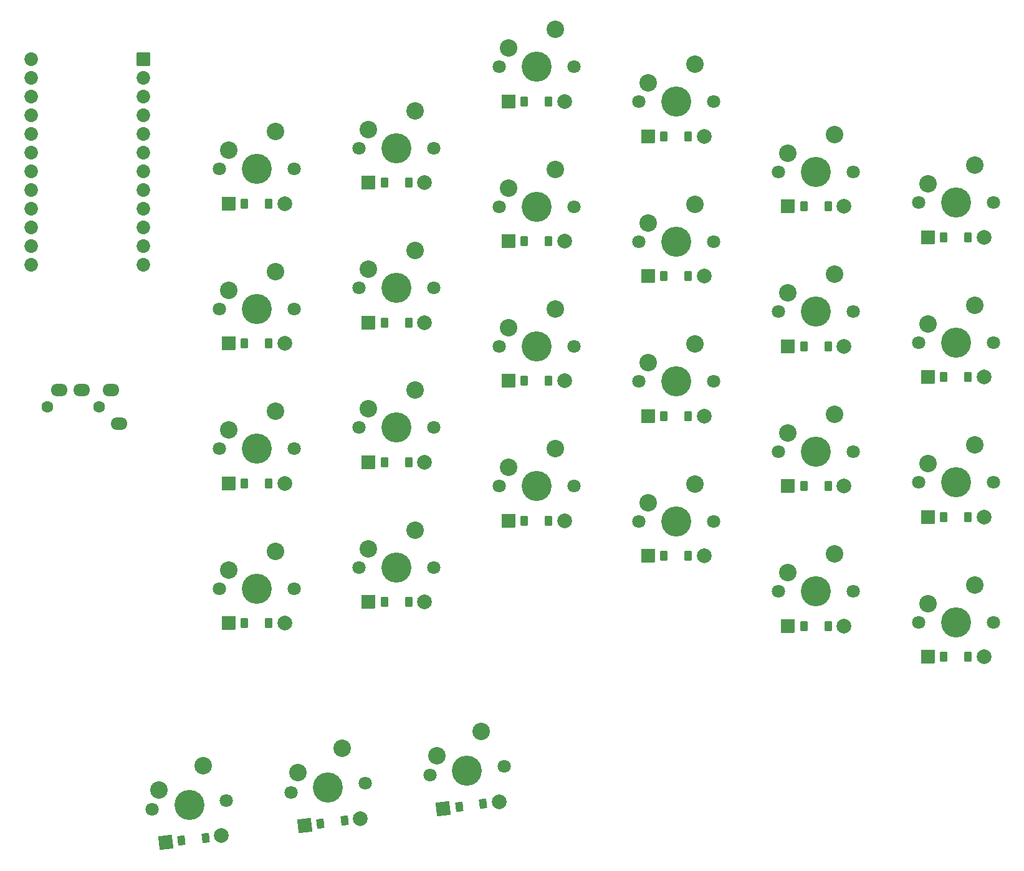
<source format=gbr>
%TF.GenerationSoftware,KiCad,Pcbnew,9.0.1*%
%TF.CreationDate,2025-06-02T17:15:55+02:00*%
%TF.ProjectId,pleiades_r,706c6569-6164-4657-935f-722e6b696361,v1.0.0*%
%TF.SameCoordinates,Original*%
%TF.FileFunction,Soldermask,Bot*%
%TF.FilePolarity,Negative*%
%FSLAX46Y46*%
G04 Gerber Fmt 4.6, Leading zero omitted, Abs format (unit mm)*
G04 Created by KiCad (PCBNEW 9.0.1) date 2025-06-02 17:15:55*
%MOMM*%
%LPD*%
G01*
G04 APERTURE LIST*
G04 Aperture macros list*
%AMRoundRect*
0 Rectangle with rounded corners*
0 $1 Rounding radius*
0 $2 $3 $4 $5 $6 $7 $8 $9 X,Y pos of 4 corners*
0 Add a 4 corners polygon primitive as box body*
4,1,4,$2,$3,$4,$5,$6,$7,$8,$9,$2,$3,0*
0 Add four circle primitives for the rounded corners*
1,1,$1+$1,$2,$3*
1,1,$1+$1,$4,$5*
1,1,$1+$1,$6,$7*
1,1,$1+$1,$8,$9*
0 Add four rect primitives between the rounded corners*
20,1,$1+$1,$2,$3,$4,$5,0*
20,1,$1+$1,$4,$5,$6,$7,0*
20,1,$1+$1,$6,$7,$8,$9,0*
20,1,$1+$1,$8,$9,$2,$3,0*%
G04 Aperture macros list end*
%ADD10C,4.087800*%
%ADD11C,1.801800*%
%ADD12C,2.386000*%
%ADD13RoundRect,0.050000X-0.876300X0.876300X-0.876300X-0.876300X0.876300X-0.876300X0.876300X0.876300X0*%
%ADD14C,1.852600*%
%ADD15RoundRect,0.050000X-0.450000X-0.600000X0.450000X-0.600000X0.450000X0.600000X-0.450000X0.600000X0*%
%ADD16RoundRect,0.050000X-0.889000X-0.889000X0.889000X-0.889000X0.889000X0.889000X-0.889000X0.889000X0*%
%ADD17C,2.005000*%
%ADD18RoundRect,0.050000X-0.373524X-0.650369X0.519767X-0.540686X0.373524X0.650369X-0.519767X0.540686X0*%
%ADD19RoundRect,0.050000X-0.774032X-0.990715X0.990715X-0.774032X0.774032X0.990715X-0.990715X0.774032X0*%
%ADD20C,1.600000*%
%ADD21O,2.300000X1.700000*%
G04 APERTURE END LIST*
D10*
%TO.C,S1*%
X322283508Y-2857500D03*
D11*
X327363508Y-2857500D03*
X317203508Y-2857500D03*
D12*
X324823508Y2222500D03*
X318473508Y-317500D03*
%TD*%
D10*
%TO.C,S2*%
X322283508Y16142500D03*
D11*
X327363508Y16142500D03*
X317203508Y16142500D03*
D12*
X324823508Y21222500D03*
X318473508Y18682500D03*
%TD*%
D10*
%TO.C,S3*%
X322283508Y35142500D03*
D11*
X327363508Y35142500D03*
X317203508Y35142500D03*
D12*
X324823508Y40222500D03*
X318473508Y37682500D03*
%TD*%
D10*
%TO.C,S4*%
X322283508Y54142500D03*
D11*
X327363508Y54142500D03*
X317203508Y54142500D03*
D12*
X324823508Y59222500D03*
X318473508Y56682500D03*
%TD*%
D10*
%TO.C,S5*%
X303283508Y1333500D03*
D11*
X308363508Y1333500D03*
X298203508Y1333500D03*
D12*
X305823508Y6413500D03*
X299473508Y3873500D03*
%TD*%
D10*
%TO.C,S6*%
X303283508Y20333500D03*
D11*
X308363508Y20333500D03*
X298203508Y20333500D03*
D12*
X305823508Y25413500D03*
X299473508Y22873500D03*
%TD*%
D10*
%TO.C,S7*%
X303283508Y39333500D03*
D11*
X308363508Y39333500D03*
X298203508Y39333500D03*
D12*
X305823508Y44413500D03*
X299473508Y41873500D03*
%TD*%
D10*
%TO.C,S8*%
X303283508Y58333500D03*
D11*
X308363508Y58333500D03*
X298203508Y58333500D03*
D12*
X305823508Y63413500D03*
X299473508Y60873500D03*
%TD*%
D10*
%TO.C,S9*%
X284283508Y10858500D03*
D11*
X289363508Y10858500D03*
X279203508Y10858500D03*
D12*
X286823508Y15938500D03*
X280473508Y13398500D03*
%TD*%
D10*
%TO.C,S10*%
X284283508Y29858500D03*
D11*
X289363508Y29858500D03*
X279203508Y29858500D03*
D12*
X286823508Y34938500D03*
X280473508Y32398500D03*
%TD*%
D10*
%TO.C,S11*%
X284283508Y48858500D03*
D11*
X289363508Y48858500D03*
X279203508Y48858500D03*
D12*
X286823508Y53938500D03*
X280473508Y51398500D03*
%TD*%
D10*
%TO.C,S12*%
X284283508Y67858500D03*
D11*
X289363508Y67858500D03*
X279203508Y67858500D03*
D12*
X286823508Y72938500D03*
X280473508Y70398500D03*
%TD*%
D10*
%TO.C,S13*%
X265283508Y15621000D03*
D11*
X270363508Y15621000D03*
X260203508Y15621000D03*
D12*
X267823508Y20701000D03*
X261473508Y18161000D03*
%TD*%
D10*
%TO.C,S15*%
X265283508Y53621000D03*
D11*
X270363508Y53621000D03*
X260203508Y53621000D03*
D12*
X267823508Y58701000D03*
X261473508Y56161000D03*
%TD*%
D10*
%TO.C,S16*%
X265283508Y72621000D03*
D11*
X270363508Y72621000D03*
X260203508Y72621000D03*
D12*
X267823508Y77701000D03*
X261473508Y75161000D03*
%TD*%
D10*
%TO.C,S17*%
X246283508Y4572000D03*
D11*
X251363508Y4572000D03*
X241203508Y4572000D03*
D12*
X248823508Y9652000D03*
X242473508Y7112000D03*
%TD*%
D10*
%TO.C,S19*%
X246283508Y42572000D03*
D11*
X251363508Y42572000D03*
X241203508Y42572000D03*
D12*
X248823508Y47652000D03*
X242473508Y45112000D03*
%TD*%
D10*
%TO.C,S20*%
X246283508Y61572000D03*
D11*
X251363508Y61572000D03*
X241203508Y61572000D03*
D12*
X248823508Y66652000D03*
X242473508Y64112000D03*
%TD*%
D10*
%TO.C,S22*%
X227283508Y20714500D03*
D11*
X232363508Y20714500D03*
X222203508Y20714500D03*
D12*
X229823508Y25794500D03*
X223473508Y23254500D03*
%TD*%
D10*
%TO.C,S23*%
X227283508Y39714500D03*
D11*
X232363508Y39714500D03*
X222203508Y39714500D03*
D12*
X229823508Y44794500D03*
X223473508Y42254500D03*
%TD*%
D10*
%TO.C,S24*%
X227283508Y58714500D03*
D11*
X232363508Y58714500D03*
X222203508Y58714500D03*
D12*
X229823508Y63794500D03*
X223473508Y61254500D03*
%TD*%
D10*
%TO.C,S25*%
X255858508Y-23050500D03*
D11*
X260900642Y-22431404D03*
X250816374Y-23669596D03*
D12*
X257760479Y-17698817D03*
X251767359Y-20993755D03*
%TD*%
D10*
%TO.C,S26*%
X237000131Y-25366017D03*
D11*
X242042265Y-24746921D03*
X231957997Y-25985113D03*
D12*
X238902102Y-20014334D03*
X232908982Y-23309272D03*
%TD*%
D10*
%TO.C,S27*%
X218141754Y-27681535D03*
D11*
X223183888Y-27062439D03*
X213099620Y-28300631D03*
D12*
X220043725Y-22329852D03*
X214050605Y-25624790D03*
%TD*%
D13*
%TO.C,MCU1*%
X211903508Y73684500D03*
D14*
X211903508Y71144500D03*
X211903508Y68604500D03*
X211903508Y66064500D03*
X211903508Y63524500D03*
X211903508Y60984500D03*
X211903508Y58444500D03*
X211903508Y55904500D03*
X211903508Y53364500D03*
X211903508Y50824500D03*
X211903508Y48284500D03*
X211903508Y45744500D03*
X196663508Y73684500D03*
X196663508Y71144500D03*
X196663508Y68604500D03*
X196663508Y66064500D03*
X196663508Y63524500D03*
X196663508Y60984500D03*
X196663508Y58444500D03*
X196663508Y55904500D03*
X196663508Y53364500D03*
X196663508Y50824500D03*
X196663508Y48284500D03*
X196663508Y45744500D03*
%TD*%
D15*
%TO.C,D1*%
X323933508Y-7557500D03*
X320633508Y-7557500D03*
D16*
X318473508Y-7557500D03*
D17*
X326093508Y-7557500D03*
%TD*%
D15*
%TO.C,D2*%
X323933508Y11442500D03*
X320633508Y11442500D03*
D16*
X318473508Y11442500D03*
D17*
X326093508Y11442500D03*
%TD*%
D15*
%TO.C,D3*%
X323933508Y30442500D03*
X320633508Y30442500D03*
D16*
X318473508Y30442500D03*
D17*
X326093508Y30442500D03*
%TD*%
D15*
%TO.C,D4*%
X323933508Y49442500D03*
X320633508Y49442500D03*
D16*
X318473508Y49442500D03*
D17*
X326093508Y49442500D03*
%TD*%
D15*
%TO.C,D5*%
X304933508Y-3366500D03*
X301633508Y-3366500D03*
D16*
X299473508Y-3366500D03*
D17*
X307093508Y-3366500D03*
%TD*%
D15*
%TO.C,D6*%
X304933508Y15633500D03*
X301633508Y15633500D03*
D16*
X299473508Y15633500D03*
D17*
X307093508Y15633500D03*
%TD*%
D15*
%TO.C,D7*%
X304933508Y34633500D03*
X301633508Y34633500D03*
D16*
X299473508Y34633500D03*
D17*
X307093508Y34633500D03*
%TD*%
D15*
%TO.C,D8*%
X304933508Y53633500D03*
X301633508Y53633500D03*
D16*
X299473508Y53633500D03*
D17*
X307093508Y53633500D03*
%TD*%
D15*
%TO.C,D9*%
X285933508Y6158500D03*
X282633508Y6158500D03*
D16*
X280473508Y6158500D03*
D17*
X288093508Y6158500D03*
%TD*%
D15*
%TO.C,D10*%
X285933508Y25158500D03*
X282633508Y25158500D03*
D16*
X280473508Y25158500D03*
D17*
X288093508Y25158500D03*
%TD*%
D15*
%TO.C,D11*%
X285933508Y44158500D03*
X282633508Y44158500D03*
D16*
X280473508Y44158500D03*
D17*
X288093508Y44158500D03*
%TD*%
D15*
%TO.C,D12*%
X285933508Y63158500D03*
X282633508Y63158500D03*
D16*
X280473508Y63158500D03*
D17*
X288093508Y63158500D03*
%TD*%
D15*
%TO.C,D14*%
X266933508Y29921000D03*
X263633508Y29921000D03*
D16*
X261473508Y29921000D03*
D17*
X269093508Y29921000D03*
%TD*%
D15*
%TO.C,D15*%
X266933508Y48921000D03*
X263633508Y48921000D03*
D16*
X261473508Y48921000D03*
D17*
X269093508Y48921000D03*
%TD*%
D15*
%TO.C,D17*%
X247933508Y-128000D03*
X244633508Y-128000D03*
D16*
X242473508Y-128000D03*
D17*
X250093508Y-128000D03*
%TD*%
D15*
%TO.C,D18*%
X247933508Y18872000D03*
X244633508Y18872000D03*
D16*
X242473508Y18872000D03*
D17*
X250093508Y18872000D03*
%TD*%
D15*
%TO.C,D19*%
X247933508Y37872000D03*
X244633508Y37872000D03*
D16*
X242473508Y37872000D03*
D17*
X250093508Y37872000D03*
%TD*%
D15*
%TO.C,D20*%
X247933508Y56872000D03*
X244633508Y56872000D03*
D16*
X242473508Y56872000D03*
D17*
X250093508Y56872000D03*
%TD*%
D15*
%TO.C,D21*%
X228933508Y-2985500D03*
X225633508Y-2985500D03*
D16*
X223473508Y-2985500D03*
D17*
X231093508Y-2985500D03*
%TD*%
D15*
%TO.C,D22*%
X228933508Y16014500D03*
X225633508Y16014500D03*
D16*
X223473508Y16014500D03*
D17*
X231093508Y16014500D03*
%TD*%
D15*
%TO.C,D23*%
X228933508Y35014500D03*
X225633508Y35014500D03*
D16*
X223473508Y35014500D03*
D17*
X231093508Y35014500D03*
%TD*%
D18*
%TO.C,D25*%
X258068994Y-27514383D03*
X254793592Y-27916551D03*
D19*
X252649692Y-28179789D03*
D17*
X260212894Y-27251145D03*
%TD*%
D18*
%TO.C,D26*%
X239210618Y-29829900D03*
X235935216Y-30232068D03*
D19*
X233791316Y-30495306D03*
D17*
X241354518Y-29566662D03*
%TD*%
D18*
%TO.C,D27*%
X220352241Y-32145418D03*
X217076839Y-32547586D03*
D19*
X214932939Y-32810824D03*
D17*
X222496141Y-31882180D03*
%TD*%
D20*
%TO.C,TRRS1*%
X205883508Y26414500D03*
X198883508Y26414500D03*
D21*
X208583508Y24114500D03*
X207483508Y28714500D03*
X203483508Y28714500D03*
X200483508Y28714500D03*
%TD*%
D10*
%TO.C,S21*%
X227283508Y1714500D03*
D11*
X232363508Y1714500D03*
X222203508Y1714500D03*
D12*
X229823508Y6794500D03*
X223473508Y4254500D03*
%TD*%
D15*
%TO.C,D16*%
X266933508Y67921000D03*
X263633508Y67921000D03*
D16*
X261473508Y67921000D03*
D17*
X269093508Y67921000D03*
%TD*%
D15*
%TO.C,D24*%
X228933508Y54014500D03*
X225633508Y54014500D03*
D16*
X223473508Y54014500D03*
D17*
X231093508Y54014500D03*
%TD*%
D10*
%TO.C,S14*%
X265283508Y34621000D03*
D11*
X270363508Y34621000D03*
X260203508Y34621000D03*
D12*
X267823508Y39701000D03*
X261473508Y37161000D03*
%TD*%
D10*
%TO.C,S18*%
X246283508Y23572000D03*
D11*
X251363508Y23572000D03*
X241203508Y23572000D03*
D12*
X248823508Y28652000D03*
X242473508Y26112000D03*
%TD*%
D15*
%TO.C,D13*%
X266933508Y10921000D03*
X263633508Y10921000D03*
D16*
X261473508Y10921000D03*
D17*
X269093508Y10921000D03*
%TD*%
M02*

</source>
